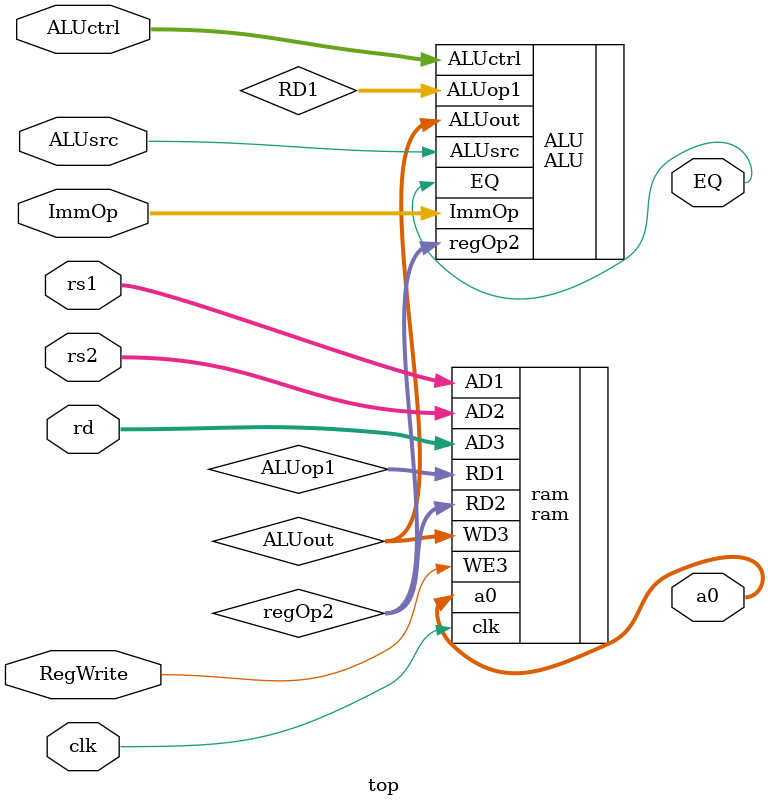
<source format=sv>
module top #(
    parameter ADDRESS_WIDTH = 5,
              ALUctrl_WIDTH = 3,
              DATA_WIDTH = 32
)(
  input logic clk,
  // input logic [19:15] AD1,    
  // input logic [24:20] AD2,
  // input logic [11:7] AD3,

  input logic [DATA_WIDTH-1:0] ImmOp,
  input logic RegWrite,
  input logic [ALUctrl_WIDTH-1:0] ALUctrl,
  input logic ALUsrc,
  input logic [ADDRESS_WIDTH-1:0] rs1,
  input logic [ADDRESS_WIDTH-1:0] rs2,
  input logic [ADDRESS_WIDTH-1:0] rd,

  output logic  EQ,
  output logic [DATA_WIDTH-1:0] a0

);
  
   logic [DATA_WIDTH-1:0] ALUop2;
   logic  [DATA_WIDTH-1:0] ALUop1;
   logic [DATA_WIDTH-1:0] regOp2;
   logic [DATA_WIDTH-1:0] ALUout;
   logic [DATA_WIDTH-1:0] RD1;
   logic [DATA_WIDTH-1:0] RD2;

  //  logic [DATA_WIDTH-1:0] RD2;
  //  logic [ADDRESS_WIDTH-1:0] AD2;
  
ram ram (
  .clk (clk),
  .AD1 (rs1),
  .AD2 (rs2),
  .AD3 (rd),
  .WE3 (RegWrite),
  .WD3 (ALUout),
  .a0 (a0),
  .RD1 (ALUop1),
  .RD2 (regOp2)
  
);

// mux2 mux (
//   .ALUsrc (ALUsrc),
//   .ImmOp (ImmOp),
//   .regOp2 (regOp2),
//   .ALUop2 (ALUop2)
//   //.regOp2 (RD2)
// );
//assign ALUop2 = ALUsrc ? ImmOp:regOp2;

ALU ALU (
   .ALUop1 (RD1),
  // .ALUop2 (ALUop2),
   .ALUsrc (ALUsrc),
   .ImmOp (ImmOp),
   .regOp2 (regOp2),
   .ALUctrl (ALUctrl),
   .ALUout (ALUout),
   .EQ (EQ)
);

endmodule

</source>
